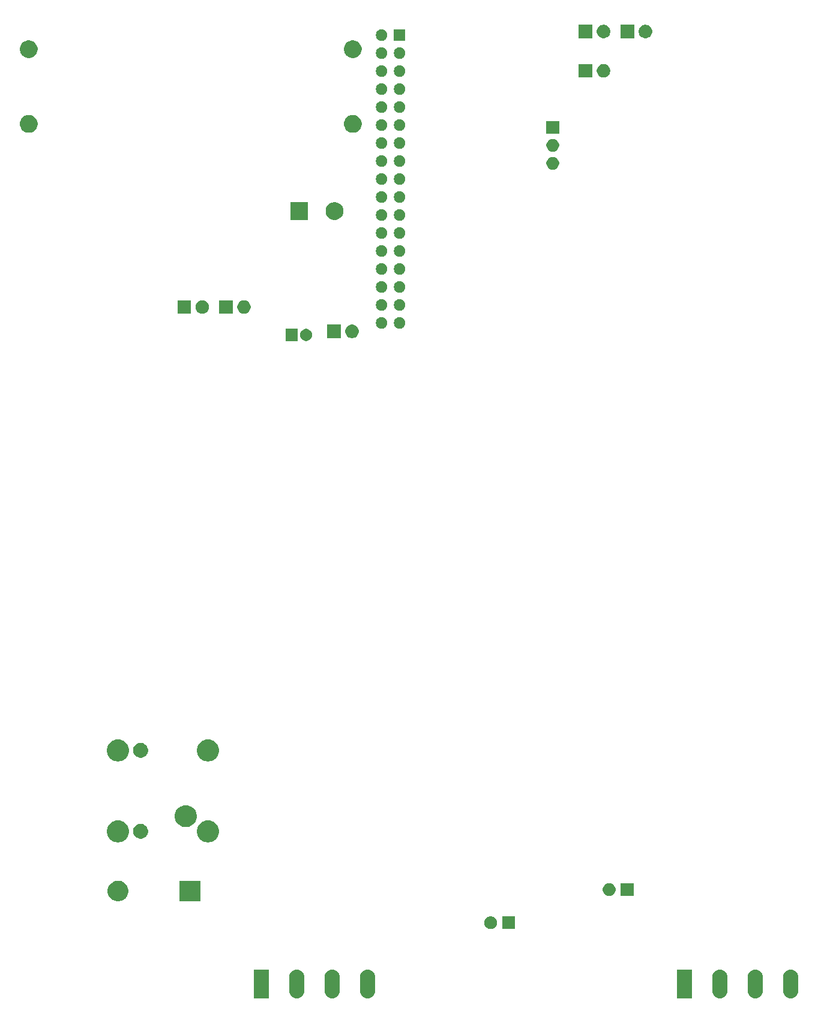
<source format=gbr>
G04 #@! TF.GenerationSoftware,KiCad,Pcbnew,(5.1.6)-1*
G04 #@! TF.CreationDate,2020-07-14T11:46:25+02:00*
G04 #@! TF.ProjectId,sboxnet-booster,73626f78-6e65-4742-9d62-6f6f73746572,rev?*
G04 #@! TF.SameCoordinates,Original*
G04 #@! TF.FileFunction,Soldermask,Bot*
G04 #@! TF.FilePolarity,Negative*
%FSLAX46Y46*%
G04 Gerber Fmt 4.6, Leading zero omitted, Abs format (unit mm)*
G04 Created by KiCad (PCBNEW (5.1.6)-1) date 2020-07-14 11:46:25*
%MOMM*%
%LPD*%
G01*
G04 APERTURE LIST*
%ADD10C,0.100000*%
G04 APERTURE END LIST*
D10*
G36*
X63624071Y-154194063D02*
G01*
X63820300Y-154253589D01*
X64001146Y-154350253D01*
X64042437Y-154384140D01*
X64159660Y-154480340D01*
X64289748Y-154638855D01*
X64386410Y-154819697D01*
X64386411Y-154819699D01*
X64445937Y-155015928D01*
X64461000Y-155168868D01*
X64461000Y-157251132D01*
X64445937Y-157404072D01*
X64386411Y-157600301D01*
X64386410Y-157600303D01*
X64289748Y-157781145D01*
X64159660Y-157939660D01*
X64001145Y-158069748D01*
X63820303Y-158166410D01*
X63820301Y-158166411D01*
X63624072Y-158225937D01*
X63420000Y-158246036D01*
X63215929Y-158225937D01*
X63019700Y-158166411D01*
X63019698Y-158166410D01*
X62838856Y-158069748D01*
X62680341Y-157939660D01*
X62550253Y-157781145D01*
X62453591Y-157600303D01*
X62453590Y-157600301D01*
X62394064Y-157404072D01*
X62379001Y-157251132D01*
X62379000Y-155168869D01*
X62394063Y-155015929D01*
X62453589Y-154819700D01*
X62550253Y-154638854D01*
X62584140Y-154597563D01*
X62680340Y-154480340D01*
X62838855Y-154350252D01*
X63019697Y-154253590D01*
X63019699Y-154253589D01*
X63215928Y-154194063D01*
X63420000Y-154173964D01*
X63624071Y-154194063D01*
G37*
G36*
X123314071Y-154194063D02*
G01*
X123510300Y-154253589D01*
X123691146Y-154350253D01*
X123732437Y-154384140D01*
X123849660Y-154480340D01*
X123979748Y-154638855D01*
X124076410Y-154819697D01*
X124076411Y-154819699D01*
X124135937Y-155015928D01*
X124151000Y-155168868D01*
X124151000Y-157251132D01*
X124135937Y-157404072D01*
X124076411Y-157600301D01*
X124076410Y-157600303D01*
X123979748Y-157781145D01*
X123849660Y-157939660D01*
X123691145Y-158069748D01*
X123510303Y-158166410D01*
X123510301Y-158166411D01*
X123314072Y-158225937D01*
X123110000Y-158246036D01*
X122905929Y-158225937D01*
X122709700Y-158166411D01*
X122709698Y-158166410D01*
X122528856Y-158069748D01*
X122370341Y-157939660D01*
X122240253Y-157781145D01*
X122143591Y-157600303D01*
X122143590Y-157600301D01*
X122084064Y-157404072D01*
X122069001Y-157251132D01*
X122069000Y-155168869D01*
X122084063Y-155015929D01*
X122143589Y-154819700D01*
X122240253Y-154638854D01*
X122274140Y-154597563D01*
X122370340Y-154480340D01*
X122528855Y-154350252D01*
X122709697Y-154253590D01*
X122709699Y-154253589D01*
X122905928Y-154194063D01*
X123110000Y-154173964D01*
X123314071Y-154194063D01*
G37*
G36*
X133314071Y-154194063D02*
G01*
X133510300Y-154253589D01*
X133691146Y-154350253D01*
X133732437Y-154384140D01*
X133849660Y-154480340D01*
X133979748Y-154638855D01*
X134076410Y-154819697D01*
X134076411Y-154819699D01*
X134135937Y-155015928D01*
X134151000Y-155168868D01*
X134151000Y-157251132D01*
X134135937Y-157404072D01*
X134076411Y-157600301D01*
X134076410Y-157600303D01*
X133979748Y-157781145D01*
X133849660Y-157939660D01*
X133691145Y-158069748D01*
X133510303Y-158166410D01*
X133510301Y-158166411D01*
X133314072Y-158225937D01*
X133110000Y-158246036D01*
X132905929Y-158225937D01*
X132709700Y-158166411D01*
X132709698Y-158166410D01*
X132528856Y-158069748D01*
X132370341Y-157939660D01*
X132240253Y-157781145D01*
X132143591Y-157600303D01*
X132143590Y-157600301D01*
X132084064Y-157404072D01*
X132069001Y-157251132D01*
X132069000Y-155168869D01*
X132084063Y-155015929D01*
X132143589Y-154819700D01*
X132240253Y-154638854D01*
X132274140Y-154597563D01*
X132370340Y-154480340D01*
X132528855Y-154350252D01*
X132709697Y-154253590D01*
X132709699Y-154253589D01*
X132905928Y-154194063D01*
X133110000Y-154173964D01*
X133314071Y-154194063D01*
G37*
G36*
X128314071Y-154194063D02*
G01*
X128510300Y-154253589D01*
X128691146Y-154350253D01*
X128732437Y-154384140D01*
X128849660Y-154480340D01*
X128979748Y-154638855D01*
X129076410Y-154819697D01*
X129076411Y-154819699D01*
X129135937Y-155015928D01*
X129151000Y-155168868D01*
X129151000Y-157251132D01*
X129135937Y-157404072D01*
X129076411Y-157600301D01*
X129076410Y-157600303D01*
X128979748Y-157781145D01*
X128849660Y-157939660D01*
X128691145Y-158069748D01*
X128510303Y-158166410D01*
X128510301Y-158166411D01*
X128314072Y-158225937D01*
X128110000Y-158246036D01*
X127905929Y-158225937D01*
X127709700Y-158166411D01*
X127709698Y-158166410D01*
X127528856Y-158069748D01*
X127370341Y-157939660D01*
X127240253Y-157781145D01*
X127143591Y-157600303D01*
X127143590Y-157600301D01*
X127084064Y-157404072D01*
X127069001Y-157251132D01*
X127069000Y-155168869D01*
X127084063Y-155015929D01*
X127143589Y-154819700D01*
X127240253Y-154638854D01*
X127274140Y-154597563D01*
X127370340Y-154480340D01*
X127528855Y-154350252D01*
X127709697Y-154253590D01*
X127709699Y-154253589D01*
X127905928Y-154194063D01*
X128110000Y-154173964D01*
X128314071Y-154194063D01*
G37*
G36*
X68624071Y-154194063D02*
G01*
X68820300Y-154253589D01*
X69001146Y-154350253D01*
X69042437Y-154384140D01*
X69159660Y-154480340D01*
X69289748Y-154638855D01*
X69386410Y-154819697D01*
X69386411Y-154819699D01*
X69445937Y-155015928D01*
X69461000Y-155168868D01*
X69461000Y-157251132D01*
X69445937Y-157404072D01*
X69386411Y-157600301D01*
X69386410Y-157600303D01*
X69289748Y-157781145D01*
X69159660Y-157939660D01*
X69001145Y-158069748D01*
X68820303Y-158166410D01*
X68820301Y-158166411D01*
X68624072Y-158225937D01*
X68420000Y-158246036D01*
X68215929Y-158225937D01*
X68019700Y-158166411D01*
X68019698Y-158166410D01*
X67838856Y-158069748D01*
X67680341Y-157939660D01*
X67550253Y-157781145D01*
X67453591Y-157600303D01*
X67453590Y-157600301D01*
X67394064Y-157404072D01*
X67379001Y-157251132D01*
X67379000Y-155168869D01*
X67394063Y-155015929D01*
X67453589Y-154819700D01*
X67550253Y-154638854D01*
X67584140Y-154597563D01*
X67680340Y-154480340D01*
X67838855Y-154350252D01*
X68019697Y-154253590D01*
X68019699Y-154253589D01*
X68215928Y-154194063D01*
X68420000Y-154173964D01*
X68624071Y-154194063D01*
G37*
G36*
X73624071Y-154194063D02*
G01*
X73820300Y-154253589D01*
X74001146Y-154350253D01*
X74042437Y-154384140D01*
X74159660Y-154480340D01*
X74289748Y-154638855D01*
X74386410Y-154819697D01*
X74386411Y-154819699D01*
X74445937Y-155015928D01*
X74461000Y-155168868D01*
X74461000Y-157251132D01*
X74445937Y-157404072D01*
X74386411Y-157600301D01*
X74386410Y-157600303D01*
X74289748Y-157781145D01*
X74159660Y-157939660D01*
X74001145Y-158069748D01*
X73820303Y-158166410D01*
X73820301Y-158166411D01*
X73624072Y-158225937D01*
X73420000Y-158246036D01*
X73215929Y-158225937D01*
X73019700Y-158166411D01*
X73019698Y-158166410D01*
X72838856Y-158069748D01*
X72680341Y-157939660D01*
X72550253Y-157781145D01*
X72453591Y-157600303D01*
X72453590Y-157600301D01*
X72394064Y-157404072D01*
X72379001Y-157251132D01*
X72379000Y-155168869D01*
X72394063Y-155015929D01*
X72453589Y-154819700D01*
X72550253Y-154638854D01*
X72584140Y-154597563D01*
X72680340Y-154480340D01*
X72838855Y-154350252D01*
X73019697Y-154253590D01*
X73019699Y-154253589D01*
X73215928Y-154194063D01*
X73420000Y-154173964D01*
X73624071Y-154194063D01*
G37*
G36*
X59461000Y-158241000D02*
G01*
X57379000Y-158241000D01*
X57379000Y-154179000D01*
X59461000Y-154179000D01*
X59461000Y-158241000D01*
G37*
G36*
X119151000Y-158241000D02*
G01*
X117069000Y-158241000D01*
X117069000Y-154179000D01*
X119151000Y-154179000D01*
X119151000Y-158241000D01*
G37*
G36*
X90893112Y-146677927D02*
G01*
X91042412Y-146707624D01*
X91206384Y-146775544D01*
X91353954Y-146874147D01*
X91479453Y-146999646D01*
X91578056Y-147147216D01*
X91645976Y-147311188D01*
X91680600Y-147485259D01*
X91680600Y-147662741D01*
X91645976Y-147836812D01*
X91578056Y-148000784D01*
X91479453Y-148148354D01*
X91353954Y-148273853D01*
X91206384Y-148372456D01*
X91042412Y-148440376D01*
X90893112Y-148470073D01*
X90868342Y-148475000D01*
X90690858Y-148475000D01*
X90666088Y-148470073D01*
X90516788Y-148440376D01*
X90352816Y-148372456D01*
X90205246Y-148273853D01*
X90079747Y-148148354D01*
X89981144Y-148000784D01*
X89913224Y-147836812D01*
X89878600Y-147662741D01*
X89878600Y-147485259D01*
X89913224Y-147311188D01*
X89981144Y-147147216D01*
X90079747Y-146999646D01*
X90205246Y-146874147D01*
X90352816Y-146775544D01*
X90516788Y-146707624D01*
X90666088Y-146677927D01*
X90690858Y-146673000D01*
X90868342Y-146673000D01*
X90893112Y-146677927D01*
G37*
G36*
X94220600Y-148475000D02*
G01*
X92418600Y-148475000D01*
X92418600Y-146673000D01*
X94220600Y-146673000D01*
X94220600Y-148475000D01*
G37*
G36*
X49812600Y-144554600D02*
G01*
X46910600Y-144554600D01*
X46910600Y-141652600D01*
X49812600Y-141652600D01*
X49812600Y-144554600D01*
G37*
G36*
X38624841Y-141708360D02*
G01*
X38888905Y-141817739D01*
X39126558Y-141976534D01*
X39328666Y-142178642D01*
X39487461Y-142416295D01*
X39596840Y-142680359D01*
X39652600Y-142960688D01*
X39652600Y-143246512D01*
X39596840Y-143526841D01*
X39487461Y-143790905D01*
X39328666Y-144028558D01*
X39126558Y-144230666D01*
X38888905Y-144389461D01*
X38624841Y-144498840D01*
X38344512Y-144554600D01*
X38058688Y-144554600D01*
X37778359Y-144498840D01*
X37514295Y-144389461D01*
X37276642Y-144230666D01*
X37074534Y-144028558D01*
X36915739Y-143790905D01*
X36806360Y-143526841D01*
X36750600Y-143246512D01*
X36750600Y-142960688D01*
X36806360Y-142680359D01*
X36915739Y-142416295D01*
X37074534Y-142178642D01*
X37276642Y-141976534D01*
X37514295Y-141817739D01*
X37778359Y-141708360D01*
X38058688Y-141652600D01*
X38344512Y-141652600D01*
X38624841Y-141708360D01*
G37*
G36*
X107606312Y-142004327D02*
G01*
X107755612Y-142034024D01*
X107919584Y-142101944D01*
X108067154Y-142200547D01*
X108192653Y-142326046D01*
X108291256Y-142473616D01*
X108359176Y-142637588D01*
X108393800Y-142811659D01*
X108393800Y-142989141D01*
X108359176Y-143163212D01*
X108291256Y-143327184D01*
X108192653Y-143474754D01*
X108067154Y-143600253D01*
X107919584Y-143698856D01*
X107755612Y-143766776D01*
X107606312Y-143796473D01*
X107581542Y-143801400D01*
X107404058Y-143801400D01*
X107379288Y-143796473D01*
X107229988Y-143766776D01*
X107066016Y-143698856D01*
X106918446Y-143600253D01*
X106792947Y-143474754D01*
X106694344Y-143327184D01*
X106626424Y-143163212D01*
X106591800Y-142989141D01*
X106591800Y-142811659D01*
X106626424Y-142637588D01*
X106694344Y-142473616D01*
X106792947Y-142326046D01*
X106918446Y-142200547D01*
X107066016Y-142101944D01*
X107229988Y-142034024D01*
X107379288Y-142004327D01*
X107404058Y-141999400D01*
X107581542Y-141999400D01*
X107606312Y-142004327D01*
G37*
G36*
X110933800Y-143801400D02*
G01*
X109131800Y-143801400D01*
X109131800Y-141999400D01*
X110933800Y-141999400D01*
X110933800Y-143801400D01*
G37*
G36*
X51204185Y-133149602D02*
G01*
X51354010Y-133179404D01*
X51636274Y-133296321D01*
X51890305Y-133466059D01*
X52106341Y-133682095D01*
X52276079Y-133936126D01*
X52392996Y-134218390D01*
X52452600Y-134518040D01*
X52452600Y-134823560D01*
X52392996Y-135123210D01*
X52276079Y-135405474D01*
X52106341Y-135659505D01*
X51890305Y-135875541D01*
X51636274Y-136045279D01*
X51354010Y-136162196D01*
X51204185Y-136191998D01*
X51054361Y-136221800D01*
X50748839Y-136221800D01*
X50599015Y-136191998D01*
X50449190Y-136162196D01*
X50166926Y-136045279D01*
X49912895Y-135875541D01*
X49696859Y-135659505D01*
X49527121Y-135405474D01*
X49410204Y-135123210D01*
X49350600Y-134823560D01*
X49350600Y-134518040D01*
X49410204Y-134218390D01*
X49527121Y-133936126D01*
X49696859Y-133682095D01*
X49912895Y-133466059D01*
X50166926Y-133296321D01*
X50449190Y-133179404D01*
X50599015Y-133149602D01*
X50748839Y-133119800D01*
X51054361Y-133119800D01*
X51204185Y-133149602D01*
G37*
G36*
X38504185Y-133149602D02*
G01*
X38654010Y-133179404D01*
X38936274Y-133296321D01*
X39190305Y-133466059D01*
X39406341Y-133682095D01*
X39576079Y-133936126D01*
X39692996Y-134218390D01*
X39752600Y-134518040D01*
X39752600Y-134823560D01*
X39692996Y-135123210D01*
X39576079Y-135405474D01*
X39406341Y-135659505D01*
X39190305Y-135875541D01*
X38936274Y-136045279D01*
X38654010Y-136162196D01*
X38504185Y-136191998D01*
X38354361Y-136221800D01*
X38048839Y-136221800D01*
X37899015Y-136191998D01*
X37749190Y-136162196D01*
X37466926Y-136045279D01*
X37212895Y-135875541D01*
X36996859Y-135659505D01*
X36827121Y-135405474D01*
X36710204Y-135123210D01*
X36650600Y-134823560D01*
X36650600Y-134518040D01*
X36710204Y-134218390D01*
X36827121Y-133936126D01*
X36996859Y-133682095D01*
X37212895Y-133466059D01*
X37466926Y-133296321D01*
X37749190Y-133179404D01*
X37899015Y-133149602D01*
X38048839Y-133119800D01*
X38354361Y-133119800D01*
X38504185Y-133149602D01*
G37*
G36*
X41708164Y-133660189D02*
G01*
X41899433Y-133739415D01*
X41899435Y-133739416D01*
X42071573Y-133854435D01*
X42217965Y-134000827D01*
X42332985Y-134172967D01*
X42412211Y-134364236D01*
X42452600Y-134567284D01*
X42452600Y-134774316D01*
X42412211Y-134977364D01*
X42351800Y-135123209D01*
X42332984Y-135168635D01*
X42217965Y-135340773D01*
X42071573Y-135487165D01*
X41899435Y-135602184D01*
X41899434Y-135602185D01*
X41899433Y-135602185D01*
X41708164Y-135681411D01*
X41505116Y-135721800D01*
X41298084Y-135721800D01*
X41095036Y-135681411D01*
X40903767Y-135602185D01*
X40903766Y-135602185D01*
X40903765Y-135602184D01*
X40731627Y-135487165D01*
X40585235Y-135340773D01*
X40470216Y-135168635D01*
X40451400Y-135123209D01*
X40390989Y-134977364D01*
X40350600Y-134774316D01*
X40350600Y-134567284D01*
X40390989Y-134364236D01*
X40470215Y-134172967D01*
X40585235Y-134000827D01*
X40731627Y-133854435D01*
X40903765Y-133739416D01*
X40903767Y-133739415D01*
X41095036Y-133660189D01*
X41298084Y-133619800D01*
X41505116Y-133619800D01*
X41708164Y-133660189D01*
G37*
G36*
X48054185Y-131019602D02*
G01*
X48204010Y-131049404D01*
X48486274Y-131166321D01*
X48740305Y-131336059D01*
X48956341Y-131552095D01*
X49126079Y-131806126D01*
X49242996Y-132088390D01*
X49302600Y-132388040D01*
X49302600Y-132693560D01*
X49242996Y-132993210D01*
X49126079Y-133275474D01*
X48956341Y-133529505D01*
X48740305Y-133745541D01*
X48486274Y-133915279D01*
X48204010Y-134032196D01*
X48054185Y-134061998D01*
X47904361Y-134091800D01*
X47598839Y-134091800D01*
X47449015Y-134061998D01*
X47299190Y-134032196D01*
X47016926Y-133915279D01*
X46762895Y-133745541D01*
X46546859Y-133529505D01*
X46377121Y-133275474D01*
X46260204Y-132993210D01*
X46200600Y-132693560D01*
X46200600Y-132388040D01*
X46260204Y-132088390D01*
X46377121Y-131806126D01*
X46546859Y-131552095D01*
X46762895Y-131336059D01*
X47016926Y-131166321D01*
X47299190Y-131049404D01*
X47449015Y-131019602D01*
X47598839Y-130989800D01*
X47904361Y-130989800D01*
X48054185Y-131019602D01*
G37*
G36*
X38504185Y-121719602D02*
G01*
X38654010Y-121749404D01*
X38936274Y-121866321D01*
X39190305Y-122036059D01*
X39406341Y-122252095D01*
X39576079Y-122506126D01*
X39692996Y-122788390D01*
X39752600Y-123088040D01*
X39752600Y-123393560D01*
X39692996Y-123693210D01*
X39576079Y-123975474D01*
X39406341Y-124229505D01*
X39190305Y-124445541D01*
X38936274Y-124615279D01*
X38654010Y-124732196D01*
X38504185Y-124761998D01*
X38354361Y-124791800D01*
X38048839Y-124791800D01*
X37899015Y-124761998D01*
X37749190Y-124732196D01*
X37466926Y-124615279D01*
X37212895Y-124445541D01*
X36996859Y-124229505D01*
X36827121Y-123975474D01*
X36710204Y-123693210D01*
X36650600Y-123393560D01*
X36650600Y-123088040D01*
X36710204Y-122788390D01*
X36827121Y-122506126D01*
X36996859Y-122252095D01*
X37212895Y-122036059D01*
X37466926Y-121866321D01*
X37749190Y-121749404D01*
X37899015Y-121719602D01*
X38048839Y-121689800D01*
X38354361Y-121689800D01*
X38504185Y-121719602D01*
G37*
G36*
X51204185Y-121719602D02*
G01*
X51354010Y-121749404D01*
X51636274Y-121866321D01*
X51890305Y-122036059D01*
X52106341Y-122252095D01*
X52276079Y-122506126D01*
X52392996Y-122788390D01*
X52452600Y-123088040D01*
X52452600Y-123393560D01*
X52392996Y-123693210D01*
X52276079Y-123975474D01*
X52106341Y-124229505D01*
X51890305Y-124445541D01*
X51636274Y-124615279D01*
X51354010Y-124732196D01*
X51204185Y-124761998D01*
X51054361Y-124791800D01*
X50748839Y-124791800D01*
X50599015Y-124761998D01*
X50449190Y-124732196D01*
X50166926Y-124615279D01*
X49912895Y-124445541D01*
X49696859Y-124229505D01*
X49527121Y-123975474D01*
X49410204Y-123693210D01*
X49350600Y-123393560D01*
X49350600Y-123088040D01*
X49410204Y-122788390D01*
X49527121Y-122506126D01*
X49696859Y-122252095D01*
X49912895Y-122036059D01*
X50166926Y-121866321D01*
X50449190Y-121749404D01*
X50599015Y-121719602D01*
X50748839Y-121689800D01*
X51054361Y-121689800D01*
X51204185Y-121719602D01*
G37*
G36*
X41708164Y-122230189D02*
G01*
X41899433Y-122309415D01*
X41899435Y-122309416D01*
X42071573Y-122424435D01*
X42217965Y-122570827D01*
X42332985Y-122742967D01*
X42412211Y-122934236D01*
X42452600Y-123137284D01*
X42452600Y-123344316D01*
X42412211Y-123547364D01*
X42351800Y-123693209D01*
X42332984Y-123738635D01*
X42217965Y-123910773D01*
X42071573Y-124057165D01*
X41899435Y-124172184D01*
X41899434Y-124172185D01*
X41899433Y-124172185D01*
X41708164Y-124251411D01*
X41505116Y-124291800D01*
X41298084Y-124291800D01*
X41095036Y-124251411D01*
X40903767Y-124172185D01*
X40903766Y-124172185D01*
X40903765Y-124172184D01*
X40731627Y-124057165D01*
X40585235Y-123910773D01*
X40470216Y-123738635D01*
X40451400Y-123693209D01*
X40390989Y-123547364D01*
X40350600Y-123344316D01*
X40350600Y-123137284D01*
X40390989Y-122934236D01*
X40470215Y-122742967D01*
X40585235Y-122570827D01*
X40731627Y-122424435D01*
X40903765Y-122309416D01*
X40903767Y-122309415D01*
X41095036Y-122230189D01*
X41298084Y-122189800D01*
X41505116Y-122189800D01*
X41708164Y-122230189D01*
G37*
G36*
X64983004Y-63763104D02*
G01*
X65137876Y-63827254D01*
X65277257Y-63920386D01*
X65395791Y-64038920D01*
X65488923Y-64178301D01*
X65553073Y-64333173D01*
X65585776Y-64497585D01*
X65585776Y-64665217D01*
X65553073Y-64829629D01*
X65488923Y-64984501D01*
X65395791Y-65123882D01*
X65277257Y-65242416D01*
X65137876Y-65335548D01*
X64983004Y-65399698D01*
X64818592Y-65432401D01*
X64650960Y-65432401D01*
X64486548Y-65399698D01*
X64331676Y-65335548D01*
X64192295Y-65242416D01*
X64073761Y-65123882D01*
X63980629Y-64984501D01*
X63916479Y-64829629D01*
X63883776Y-64665217D01*
X63883776Y-64497585D01*
X63916479Y-64333173D01*
X63980629Y-64178301D01*
X64073761Y-64038920D01*
X64192295Y-63920386D01*
X64331676Y-63827254D01*
X64486548Y-63763104D01*
X64650960Y-63730401D01*
X64818592Y-63730401D01*
X64983004Y-63763104D01*
G37*
G36*
X63585776Y-65432401D02*
G01*
X61883776Y-65432401D01*
X61883776Y-63730401D01*
X63585776Y-63730401D01*
X63585776Y-65432401D01*
G37*
G36*
X71492396Y-63166947D02*
G01*
X71665467Y-63238635D01*
X71665468Y-63238636D01*
X71821228Y-63342711D01*
X71953691Y-63475174D01*
X71953692Y-63475176D01*
X72057767Y-63630935D01*
X72129455Y-63804006D01*
X72166001Y-63987734D01*
X72166001Y-64175068D01*
X72129455Y-64358796D01*
X72057767Y-64531867D01*
X72057766Y-64531868D01*
X71953691Y-64687628D01*
X71821228Y-64820091D01*
X71742819Y-64872482D01*
X71665467Y-64924167D01*
X71492396Y-64995855D01*
X71308668Y-65032401D01*
X71121334Y-65032401D01*
X70937606Y-64995855D01*
X70764535Y-64924167D01*
X70687183Y-64872482D01*
X70608774Y-64820091D01*
X70476311Y-64687628D01*
X70372236Y-64531868D01*
X70372235Y-64531867D01*
X70300547Y-64358796D01*
X70264001Y-64175068D01*
X70264001Y-63987734D01*
X70300547Y-63804006D01*
X70372235Y-63630935D01*
X70476310Y-63475176D01*
X70476311Y-63475174D01*
X70608774Y-63342711D01*
X70764534Y-63238636D01*
X70764535Y-63238635D01*
X70937606Y-63166947D01*
X71121334Y-63130401D01*
X71308668Y-63130401D01*
X71492396Y-63166947D01*
G37*
G36*
X69626001Y-65032401D02*
G01*
X67724001Y-65032401D01*
X67724001Y-63130401D01*
X69626001Y-63130401D01*
X69626001Y-65032401D01*
G37*
G36*
X78161143Y-62104642D02*
G01*
X78309102Y-62165929D01*
X78442256Y-62254899D01*
X78555502Y-62368145D01*
X78644472Y-62501299D01*
X78705759Y-62649258D01*
X78737001Y-62806325D01*
X78737001Y-62966475D01*
X78705759Y-63123542D01*
X78644472Y-63271501D01*
X78555502Y-63404655D01*
X78442256Y-63517901D01*
X78309102Y-63606871D01*
X78161143Y-63668158D01*
X78004076Y-63699400D01*
X77843926Y-63699400D01*
X77686859Y-63668158D01*
X77538900Y-63606871D01*
X77405746Y-63517901D01*
X77292500Y-63404655D01*
X77203530Y-63271501D01*
X77142243Y-63123542D01*
X77111001Y-62966475D01*
X77111001Y-62806325D01*
X77142243Y-62649258D01*
X77203530Y-62501299D01*
X77292500Y-62368145D01*
X77405746Y-62254899D01*
X77538900Y-62165929D01*
X77686859Y-62104642D01*
X77843926Y-62073400D01*
X78004076Y-62073400D01*
X78161143Y-62104642D01*
G37*
G36*
X75621143Y-62104642D02*
G01*
X75769102Y-62165929D01*
X75902256Y-62254899D01*
X76015502Y-62368145D01*
X76104472Y-62501299D01*
X76165759Y-62649258D01*
X76197001Y-62806325D01*
X76197001Y-62966475D01*
X76165759Y-63123542D01*
X76104472Y-63271501D01*
X76015502Y-63404655D01*
X75902256Y-63517901D01*
X75769102Y-63606871D01*
X75621143Y-63668158D01*
X75464076Y-63699400D01*
X75303926Y-63699400D01*
X75146859Y-63668158D01*
X74998900Y-63606871D01*
X74865746Y-63517901D01*
X74752500Y-63404655D01*
X74663530Y-63271501D01*
X74602243Y-63123542D01*
X74571001Y-62966475D01*
X74571001Y-62806325D01*
X74602243Y-62649258D01*
X74663530Y-62501299D01*
X74752500Y-62368145D01*
X74865746Y-62254899D01*
X74998900Y-62165929D01*
X75146859Y-62104642D01*
X75303926Y-62073400D01*
X75464076Y-62073400D01*
X75621143Y-62104642D01*
G37*
G36*
X54386001Y-61582401D02*
G01*
X52484001Y-61582401D01*
X52484001Y-59680401D01*
X54386001Y-59680401D01*
X54386001Y-61582401D01*
G37*
G36*
X56252396Y-59716947D02*
G01*
X56425467Y-59788635D01*
X56425468Y-59788636D01*
X56581228Y-59892711D01*
X56713691Y-60025174D01*
X56713692Y-60025176D01*
X56817767Y-60180935D01*
X56889455Y-60354006D01*
X56926001Y-60537734D01*
X56926001Y-60725068D01*
X56889455Y-60908796D01*
X56817767Y-61081867D01*
X56817766Y-61081868D01*
X56713691Y-61237628D01*
X56581228Y-61370091D01*
X56502819Y-61422482D01*
X56425467Y-61474167D01*
X56252396Y-61545855D01*
X56068668Y-61582401D01*
X55881334Y-61582401D01*
X55697606Y-61545855D01*
X55524535Y-61474167D01*
X55447183Y-61422482D01*
X55368774Y-61370091D01*
X55236311Y-61237628D01*
X55132236Y-61081868D01*
X55132235Y-61081867D01*
X55060547Y-60908796D01*
X55024001Y-60725068D01*
X55024001Y-60537734D01*
X55060547Y-60354006D01*
X55132235Y-60180935D01*
X55236310Y-60025176D01*
X55236311Y-60025174D01*
X55368774Y-59892711D01*
X55524534Y-59788636D01*
X55524535Y-59788635D01*
X55697606Y-59716947D01*
X55881334Y-59680401D01*
X56068668Y-59680401D01*
X56252396Y-59716947D01*
G37*
G36*
X48486001Y-61582401D02*
G01*
X46584001Y-61582401D01*
X46584001Y-59680401D01*
X48486001Y-59680401D01*
X48486001Y-61582401D01*
G37*
G36*
X50352396Y-59716947D02*
G01*
X50525467Y-59788635D01*
X50525468Y-59788636D01*
X50681228Y-59892711D01*
X50813691Y-60025174D01*
X50813692Y-60025176D01*
X50917767Y-60180935D01*
X50989455Y-60354006D01*
X51026001Y-60537734D01*
X51026001Y-60725068D01*
X50989455Y-60908796D01*
X50917767Y-61081867D01*
X50917766Y-61081868D01*
X50813691Y-61237628D01*
X50681228Y-61370091D01*
X50602819Y-61422482D01*
X50525467Y-61474167D01*
X50352396Y-61545855D01*
X50168668Y-61582401D01*
X49981334Y-61582401D01*
X49797606Y-61545855D01*
X49624535Y-61474167D01*
X49547183Y-61422482D01*
X49468774Y-61370091D01*
X49336311Y-61237628D01*
X49232236Y-61081868D01*
X49232235Y-61081867D01*
X49160547Y-60908796D01*
X49124001Y-60725068D01*
X49124001Y-60537734D01*
X49160547Y-60354006D01*
X49232235Y-60180935D01*
X49336310Y-60025176D01*
X49336311Y-60025174D01*
X49468774Y-59892711D01*
X49624534Y-59788636D01*
X49624535Y-59788635D01*
X49797606Y-59716947D01*
X49981334Y-59680401D01*
X50168668Y-59680401D01*
X50352396Y-59716947D01*
G37*
G36*
X78161143Y-59564642D02*
G01*
X78309102Y-59625929D01*
X78442256Y-59714899D01*
X78555502Y-59828145D01*
X78644472Y-59961299D01*
X78705759Y-60109258D01*
X78737001Y-60266325D01*
X78737001Y-60426475D01*
X78705759Y-60583542D01*
X78644472Y-60731501D01*
X78555502Y-60864655D01*
X78442256Y-60977901D01*
X78309102Y-61066871D01*
X78161143Y-61128158D01*
X78004076Y-61159400D01*
X77843926Y-61159400D01*
X77686859Y-61128158D01*
X77538900Y-61066871D01*
X77405746Y-60977901D01*
X77292500Y-60864655D01*
X77203530Y-60731501D01*
X77142243Y-60583542D01*
X77111001Y-60426475D01*
X77111001Y-60266325D01*
X77142243Y-60109258D01*
X77203530Y-59961299D01*
X77292500Y-59828145D01*
X77405746Y-59714899D01*
X77538900Y-59625929D01*
X77686859Y-59564642D01*
X77843926Y-59533400D01*
X78004076Y-59533400D01*
X78161143Y-59564642D01*
G37*
G36*
X75621143Y-59564642D02*
G01*
X75769102Y-59625929D01*
X75902256Y-59714899D01*
X76015502Y-59828145D01*
X76104472Y-59961299D01*
X76165759Y-60109258D01*
X76197001Y-60266325D01*
X76197001Y-60426475D01*
X76165759Y-60583542D01*
X76104472Y-60731501D01*
X76015502Y-60864655D01*
X75902256Y-60977901D01*
X75769102Y-61066871D01*
X75621143Y-61128158D01*
X75464076Y-61159400D01*
X75303926Y-61159400D01*
X75146859Y-61128158D01*
X74998900Y-61066871D01*
X74865746Y-60977901D01*
X74752500Y-60864655D01*
X74663530Y-60731501D01*
X74602243Y-60583542D01*
X74571001Y-60426475D01*
X74571001Y-60266325D01*
X74602243Y-60109258D01*
X74663530Y-59961299D01*
X74752500Y-59828145D01*
X74865746Y-59714899D01*
X74998900Y-59625929D01*
X75146859Y-59564642D01*
X75303926Y-59533400D01*
X75464076Y-59533400D01*
X75621143Y-59564642D01*
G37*
G36*
X78161143Y-57024642D02*
G01*
X78309102Y-57085929D01*
X78442256Y-57174899D01*
X78555502Y-57288145D01*
X78644472Y-57421299D01*
X78705759Y-57569258D01*
X78737001Y-57726325D01*
X78737001Y-57886475D01*
X78705759Y-58043542D01*
X78644472Y-58191501D01*
X78555502Y-58324655D01*
X78442256Y-58437901D01*
X78309102Y-58526871D01*
X78161143Y-58588158D01*
X78004076Y-58619400D01*
X77843926Y-58619400D01*
X77686859Y-58588158D01*
X77538900Y-58526871D01*
X77405746Y-58437901D01*
X77292500Y-58324655D01*
X77203530Y-58191501D01*
X77142243Y-58043542D01*
X77111001Y-57886475D01*
X77111001Y-57726325D01*
X77142243Y-57569258D01*
X77203530Y-57421299D01*
X77292500Y-57288145D01*
X77405746Y-57174899D01*
X77538900Y-57085929D01*
X77686859Y-57024642D01*
X77843926Y-56993400D01*
X78004076Y-56993400D01*
X78161143Y-57024642D01*
G37*
G36*
X75621143Y-57024642D02*
G01*
X75769102Y-57085929D01*
X75902256Y-57174899D01*
X76015502Y-57288145D01*
X76104472Y-57421299D01*
X76165759Y-57569258D01*
X76197001Y-57726325D01*
X76197001Y-57886475D01*
X76165759Y-58043542D01*
X76104472Y-58191501D01*
X76015502Y-58324655D01*
X75902256Y-58437901D01*
X75769102Y-58526871D01*
X75621143Y-58588158D01*
X75464076Y-58619400D01*
X75303926Y-58619400D01*
X75146859Y-58588158D01*
X74998900Y-58526871D01*
X74865746Y-58437901D01*
X74752500Y-58324655D01*
X74663530Y-58191501D01*
X74602243Y-58043542D01*
X74571001Y-57886475D01*
X74571001Y-57726325D01*
X74602243Y-57569258D01*
X74663530Y-57421299D01*
X74752500Y-57288145D01*
X74865746Y-57174899D01*
X74998900Y-57085929D01*
X75146859Y-57024642D01*
X75303926Y-56993400D01*
X75464076Y-56993400D01*
X75621143Y-57024642D01*
G37*
G36*
X78161143Y-54484642D02*
G01*
X78309102Y-54545929D01*
X78442256Y-54634899D01*
X78555502Y-54748145D01*
X78644472Y-54881299D01*
X78705759Y-55029258D01*
X78737001Y-55186325D01*
X78737001Y-55346475D01*
X78705759Y-55503542D01*
X78644472Y-55651501D01*
X78555502Y-55784655D01*
X78442256Y-55897901D01*
X78309102Y-55986871D01*
X78161143Y-56048158D01*
X78004076Y-56079400D01*
X77843926Y-56079400D01*
X77686859Y-56048158D01*
X77538900Y-55986871D01*
X77405746Y-55897901D01*
X77292500Y-55784655D01*
X77203530Y-55651501D01*
X77142243Y-55503542D01*
X77111001Y-55346475D01*
X77111001Y-55186325D01*
X77142243Y-55029258D01*
X77203530Y-54881299D01*
X77292500Y-54748145D01*
X77405746Y-54634899D01*
X77538900Y-54545929D01*
X77686859Y-54484642D01*
X77843926Y-54453400D01*
X78004076Y-54453400D01*
X78161143Y-54484642D01*
G37*
G36*
X75621143Y-54484642D02*
G01*
X75769102Y-54545929D01*
X75902256Y-54634899D01*
X76015502Y-54748145D01*
X76104472Y-54881299D01*
X76165759Y-55029258D01*
X76197001Y-55186325D01*
X76197001Y-55346475D01*
X76165759Y-55503542D01*
X76104472Y-55651501D01*
X76015502Y-55784655D01*
X75902256Y-55897901D01*
X75769102Y-55986871D01*
X75621143Y-56048158D01*
X75464076Y-56079400D01*
X75303926Y-56079400D01*
X75146859Y-56048158D01*
X74998900Y-55986871D01*
X74865746Y-55897901D01*
X74752500Y-55784655D01*
X74663530Y-55651501D01*
X74602243Y-55503542D01*
X74571001Y-55346475D01*
X74571001Y-55186325D01*
X74602243Y-55029258D01*
X74663530Y-54881299D01*
X74752500Y-54748145D01*
X74865746Y-54634899D01*
X74998900Y-54545929D01*
X75146859Y-54484642D01*
X75303926Y-54453400D01*
X75464076Y-54453400D01*
X75621143Y-54484642D01*
G37*
G36*
X78161143Y-51944642D02*
G01*
X78309102Y-52005929D01*
X78442256Y-52094899D01*
X78555502Y-52208145D01*
X78644472Y-52341299D01*
X78705759Y-52489258D01*
X78737001Y-52646325D01*
X78737001Y-52806475D01*
X78705759Y-52963542D01*
X78644472Y-53111501D01*
X78555502Y-53244655D01*
X78442256Y-53357901D01*
X78309102Y-53446871D01*
X78161143Y-53508158D01*
X78004076Y-53539400D01*
X77843926Y-53539400D01*
X77686859Y-53508158D01*
X77538900Y-53446871D01*
X77405746Y-53357901D01*
X77292500Y-53244655D01*
X77203530Y-53111501D01*
X77142243Y-52963542D01*
X77111001Y-52806475D01*
X77111001Y-52646325D01*
X77142243Y-52489258D01*
X77203530Y-52341299D01*
X77292500Y-52208145D01*
X77405746Y-52094899D01*
X77538900Y-52005929D01*
X77686859Y-51944642D01*
X77843926Y-51913400D01*
X78004076Y-51913400D01*
X78161143Y-51944642D01*
G37*
G36*
X75621143Y-51944642D02*
G01*
X75769102Y-52005929D01*
X75902256Y-52094899D01*
X76015502Y-52208145D01*
X76104472Y-52341299D01*
X76165759Y-52489258D01*
X76197001Y-52646325D01*
X76197001Y-52806475D01*
X76165759Y-52963542D01*
X76104472Y-53111501D01*
X76015502Y-53244655D01*
X75902256Y-53357901D01*
X75769102Y-53446871D01*
X75621143Y-53508158D01*
X75464076Y-53539400D01*
X75303926Y-53539400D01*
X75146859Y-53508158D01*
X74998900Y-53446871D01*
X74865746Y-53357901D01*
X74752500Y-53244655D01*
X74663530Y-53111501D01*
X74602243Y-52963542D01*
X74571001Y-52806475D01*
X74571001Y-52646325D01*
X74602243Y-52489258D01*
X74663530Y-52341299D01*
X74752500Y-52208145D01*
X74865746Y-52094899D01*
X74998900Y-52005929D01*
X75146859Y-51944642D01*
X75303926Y-51913400D01*
X75464076Y-51913400D01*
X75621143Y-51944642D01*
G37*
G36*
X75621143Y-49404642D02*
G01*
X75769102Y-49465929D01*
X75902256Y-49554899D01*
X76015502Y-49668145D01*
X76104472Y-49801299D01*
X76165759Y-49949258D01*
X76197001Y-50106325D01*
X76197001Y-50266475D01*
X76165759Y-50423542D01*
X76104472Y-50571501D01*
X76015502Y-50704655D01*
X75902256Y-50817901D01*
X75769102Y-50906871D01*
X75621143Y-50968158D01*
X75464076Y-50999400D01*
X75303926Y-50999400D01*
X75146859Y-50968158D01*
X74998900Y-50906871D01*
X74865746Y-50817901D01*
X74752500Y-50704655D01*
X74663530Y-50571501D01*
X74602243Y-50423542D01*
X74571001Y-50266475D01*
X74571001Y-50106325D01*
X74602243Y-49949258D01*
X74663530Y-49801299D01*
X74752500Y-49668145D01*
X74865746Y-49554899D01*
X74998900Y-49465929D01*
X75146859Y-49404642D01*
X75303926Y-49373400D01*
X75464076Y-49373400D01*
X75621143Y-49404642D01*
G37*
G36*
X78161143Y-49404642D02*
G01*
X78309102Y-49465929D01*
X78442256Y-49554899D01*
X78555502Y-49668145D01*
X78644472Y-49801299D01*
X78705759Y-49949258D01*
X78737001Y-50106325D01*
X78737001Y-50266475D01*
X78705759Y-50423542D01*
X78644472Y-50571501D01*
X78555502Y-50704655D01*
X78442256Y-50817901D01*
X78309102Y-50906871D01*
X78161143Y-50968158D01*
X78004076Y-50999400D01*
X77843926Y-50999400D01*
X77686859Y-50968158D01*
X77538900Y-50906871D01*
X77405746Y-50817901D01*
X77292500Y-50704655D01*
X77203530Y-50571501D01*
X77142243Y-50423542D01*
X77111001Y-50266475D01*
X77111001Y-50106325D01*
X77142243Y-49949258D01*
X77203530Y-49801299D01*
X77292500Y-49668145D01*
X77405746Y-49554899D01*
X77538900Y-49465929D01*
X77686859Y-49404642D01*
X77843926Y-49373400D01*
X78004076Y-49373400D01*
X78161143Y-49404642D01*
G37*
G36*
X78161143Y-46864642D02*
G01*
X78309102Y-46925929D01*
X78442256Y-47014899D01*
X78555502Y-47128145D01*
X78644472Y-47261299D01*
X78705759Y-47409258D01*
X78737001Y-47566325D01*
X78737001Y-47726475D01*
X78705759Y-47883542D01*
X78644472Y-48031501D01*
X78555502Y-48164655D01*
X78442256Y-48277901D01*
X78309102Y-48366871D01*
X78161143Y-48428158D01*
X78004076Y-48459400D01*
X77843926Y-48459400D01*
X77686859Y-48428158D01*
X77538900Y-48366871D01*
X77405746Y-48277901D01*
X77292500Y-48164655D01*
X77203530Y-48031501D01*
X77142243Y-47883542D01*
X77111001Y-47726475D01*
X77111001Y-47566325D01*
X77142243Y-47409258D01*
X77203530Y-47261299D01*
X77292500Y-47128145D01*
X77405746Y-47014899D01*
X77538900Y-46925929D01*
X77686859Y-46864642D01*
X77843926Y-46833400D01*
X78004076Y-46833400D01*
X78161143Y-46864642D01*
G37*
G36*
X75621143Y-46864642D02*
G01*
X75769102Y-46925929D01*
X75902256Y-47014899D01*
X76015502Y-47128145D01*
X76104472Y-47261299D01*
X76165759Y-47409258D01*
X76197001Y-47566325D01*
X76197001Y-47726475D01*
X76165759Y-47883542D01*
X76104472Y-48031501D01*
X76015502Y-48164655D01*
X75902256Y-48277901D01*
X75769102Y-48366871D01*
X75621143Y-48428158D01*
X75464076Y-48459400D01*
X75303926Y-48459400D01*
X75146859Y-48428158D01*
X74998900Y-48366871D01*
X74865746Y-48277901D01*
X74752500Y-48164655D01*
X74663530Y-48031501D01*
X74602243Y-47883542D01*
X74571001Y-47726475D01*
X74571001Y-47566325D01*
X74602243Y-47409258D01*
X74663530Y-47261299D01*
X74752500Y-47128145D01*
X74865746Y-47014899D01*
X74998900Y-46925929D01*
X75146859Y-46864642D01*
X75303926Y-46833400D01*
X75464076Y-46833400D01*
X75621143Y-46864642D01*
G37*
G36*
X65008083Y-48332401D02*
G01*
X62506083Y-48332401D01*
X62506083Y-45830401D01*
X65008083Y-45830401D01*
X65008083Y-48332401D01*
G37*
G36*
X69121986Y-45878476D02*
G01*
X69220786Y-45919400D01*
X69349654Y-45972779D01*
X69554549Y-46109686D01*
X69728798Y-46283935D01*
X69728799Y-46283937D01*
X69865706Y-46488832D01*
X69960008Y-46716498D01*
X70008083Y-46958187D01*
X70008083Y-47204615D01*
X69967377Y-47409257D01*
X69960008Y-47446304D01*
X69865705Y-47673972D01*
X69728798Y-47878867D01*
X69554549Y-48053116D01*
X69349654Y-48190023D01*
X69349653Y-48190024D01*
X69349652Y-48190024D01*
X69121986Y-48284326D01*
X68880297Y-48332401D01*
X68633869Y-48332401D01*
X68392180Y-48284326D01*
X68164514Y-48190024D01*
X68164513Y-48190024D01*
X68164512Y-48190023D01*
X67959617Y-48053116D01*
X67785368Y-47878867D01*
X67648461Y-47673972D01*
X67554158Y-47446304D01*
X67546789Y-47409257D01*
X67506083Y-47204615D01*
X67506083Y-46958187D01*
X67554158Y-46716498D01*
X67648460Y-46488832D01*
X67785367Y-46283937D01*
X67785368Y-46283935D01*
X67959617Y-46109686D01*
X68164512Y-45972779D01*
X68293381Y-45919400D01*
X68392180Y-45878476D01*
X68633869Y-45830401D01*
X68880297Y-45830401D01*
X69121986Y-45878476D01*
G37*
G36*
X78161143Y-44324642D02*
G01*
X78309102Y-44385929D01*
X78442256Y-44474899D01*
X78555502Y-44588145D01*
X78644472Y-44721299D01*
X78705759Y-44869258D01*
X78737001Y-45026325D01*
X78737001Y-45186475D01*
X78705759Y-45343542D01*
X78644472Y-45491501D01*
X78555502Y-45624655D01*
X78442256Y-45737901D01*
X78309102Y-45826871D01*
X78161143Y-45888158D01*
X78004076Y-45919400D01*
X77843926Y-45919400D01*
X77686859Y-45888158D01*
X77538900Y-45826871D01*
X77405746Y-45737901D01*
X77292500Y-45624655D01*
X77203530Y-45491501D01*
X77142243Y-45343542D01*
X77111001Y-45186475D01*
X77111001Y-45026325D01*
X77142243Y-44869258D01*
X77203530Y-44721299D01*
X77292500Y-44588145D01*
X77405746Y-44474899D01*
X77538900Y-44385929D01*
X77686859Y-44324642D01*
X77843926Y-44293400D01*
X78004076Y-44293400D01*
X78161143Y-44324642D01*
G37*
G36*
X75621143Y-44324642D02*
G01*
X75769102Y-44385929D01*
X75902256Y-44474899D01*
X76015502Y-44588145D01*
X76104472Y-44721299D01*
X76165759Y-44869258D01*
X76197001Y-45026325D01*
X76197001Y-45186475D01*
X76165759Y-45343542D01*
X76104472Y-45491501D01*
X76015502Y-45624655D01*
X75902256Y-45737901D01*
X75769102Y-45826871D01*
X75621143Y-45888158D01*
X75464076Y-45919400D01*
X75303926Y-45919400D01*
X75146859Y-45888158D01*
X74998900Y-45826871D01*
X74865746Y-45737901D01*
X74752500Y-45624655D01*
X74663530Y-45491501D01*
X74602243Y-45343542D01*
X74571001Y-45186475D01*
X74571001Y-45026325D01*
X74602243Y-44869258D01*
X74663530Y-44721299D01*
X74752500Y-44588145D01*
X74865746Y-44474899D01*
X74998900Y-44385929D01*
X75146859Y-44324642D01*
X75303926Y-44293400D01*
X75464076Y-44293400D01*
X75621143Y-44324642D01*
G37*
G36*
X78161143Y-41784642D02*
G01*
X78309102Y-41845929D01*
X78442256Y-41934899D01*
X78555502Y-42048145D01*
X78644472Y-42181299D01*
X78705759Y-42329258D01*
X78737001Y-42486325D01*
X78737001Y-42646475D01*
X78705759Y-42803542D01*
X78644472Y-42951501D01*
X78555502Y-43084655D01*
X78442256Y-43197901D01*
X78309102Y-43286871D01*
X78161143Y-43348158D01*
X78004076Y-43379400D01*
X77843926Y-43379400D01*
X77686859Y-43348158D01*
X77538900Y-43286871D01*
X77405746Y-43197901D01*
X77292500Y-43084655D01*
X77203530Y-42951501D01*
X77142243Y-42803542D01*
X77111001Y-42646475D01*
X77111001Y-42486325D01*
X77142243Y-42329258D01*
X77203530Y-42181299D01*
X77292500Y-42048145D01*
X77405746Y-41934899D01*
X77538900Y-41845929D01*
X77686859Y-41784642D01*
X77843926Y-41753400D01*
X78004076Y-41753400D01*
X78161143Y-41784642D01*
G37*
G36*
X75621143Y-41784642D02*
G01*
X75769102Y-41845929D01*
X75902256Y-41934899D01*
X76015502Y-42048145D01*
X76104472Y-42181299D01*
X76165759Y-42329258D01*
X76197001Y-42486325D01*
X76197001Y-42646475D01*
X76165759Y-42803542D01*
X76104472Y-42951501D01*
X76015502Y-43084655D01*
X75902256Y-43197901D01*
X75769102Y-43286871D01*
X75621143Y-43348158D01*
X75464076Y-43379400D01*
X75303926Y-43379400D01*
X75146859Y-43348158D01*
X74998900Y-43286871D01*
X74865746Y-43197901D01*
X74752500Y-43084655D01*
X74663530Y-42951501D01*
X74602243Y-42803542D01*
X74571001Y-42646475D01*
X74571001Y-42486325D01*
X74602243Y-42329258D01*
X74663530Y-42181299D01*
X74752500Y-42048145D01*
X74865746Y-41934899D01*
X74998900Y-41845929D01*
X75146859Y-41784642D01*
X75303926Y-41753400D01*
X75464076Y-41753400D01*
X75621143Y-41784642D01*
G37*
G36*
X99648513Y-39455328D02*
G01*
X99797813Y-39485025D01*
X99961785Y-39552945D01*
X100109355Y-39651548D01*
X100234854Y-39777047D01*
X100333457Y-39924617D01*
X100401377Y-40088589D01*
X100436001Y-40262660D01*
X100436001Y-40440142D01*
X100401377Y-40614213D01*
X100333457Y-40778185D01*
X100234854Y-40925755D01*
X100109355Y-41051254D01*
X99961785Y-41149857D01*
X99797813Y-41217777D01*
X99648513Y-41247474D01*
X99623743Y-41252401D01*
X99446259Y-41252401D01*
X99421489Y-41247474D01*
X99272189Y-41217777D01*
X99108217Y-41149857D01*
X98960647Y-41051254D01*
X98835148Y-40925755D01*
X98736545Y-40778185D01*
X98668625Y-40614213D01*
X98634001Y-40440142D01*
X98634001Y-40262660D01*
X98668625Y-40088589D01*
X98736545Y-39924617D01*
X98835148Y-39777047D01*
X98960647Y-39651548D01*
X99108217Y-39552945D01*
X99272189Y-39485025D01*
X99421489Y-39455328D01*
X99446259Y-39450401D01*
X99623743Y-39450401D01*
X99648513Y-39455328D01*
G37*
G36*
X78161143Y-39244642D02*
G01*
X78309102Y-39305929D01*
X78442256Y-39394899D01*
X78555502Y-39508145D01*
X78644472Y-39641299D01*
X78705759Y-39789258D01*
X78737001Y-39946325D01*
X78737001Y-40106475D01*
X78705759Y-40263542D01*
X78644472Y-40411501D01*
X78555502Y-40544655D01*
X78442256Y-40657901D01*
X78309102Y-40746871D01*
X78161143Y-40808158D01*
X78004076Y-40839400D01*
X77843926Y-40839400D01*
X77686859Y-40808158D01*
X77538900Y-40746871D01*
X77405746Y-40657901D01*
X77292500Y-40544655D01*
X77203530Y-40411501D01*
X77142243Y-40263542D01*
X77111001Y-40106475D01*
X77111001Y-39946325D01*
X77142243Y-39789258D01*
X77203530Y-39641299D01*
X77292500Y-39508145D01*
X77405746Y-39394899D01*
X77538900Y-39305929D01*
X77686859Y-39244642D01*
X77843926Y-39213400D01*
X78004076Y-39213400D01*
X78161143Y-39244642D01*
G37*
G36*
X75621143Y-39244642D02*
G01*
X75769102Y-39305929D01*
X75902256Y-39394899D01*
X76015502Y-39508145D01*
X76104472Y-39641299D01*
X76165759Y-39789258D01*
X76197001Y-39946325D01*
X76197001Y-40106475D01*
X76165759Y-40263542D01*
X76104472Y-40411501D01*
X76015502Y-40544655D01*
X75902256Y-40657901D01*
X75769102Y-40746871D01*
X75621143Y-40808158D01*
X75464076Y-40839400D01*
X75303926Y-40839400D01*
X75146859Y-40808158D01*
X74998900Y-40746871D01*
X74865746Y-40657901D01*
X74752500Y-40544655D01*
X74663530Y-40411501D01*
X74602243Y-40263542D01*
X74571001Y-40106475D01*
X74571001Y-39946325D01*
X74602243Y-39789258D01*
X74663530Y-39641299D01*
X74752500Y-39508145D01*
X74865746Y-39394899D01*
X74998900Y-39305929D01*
X75146859Y-39244642D01*
X75303926Y-39213400D01*
X75464076Y-39213400D01*
X75621143Y-39244642D01*
G37*
G36*
X99648513Y-36915328D02*
G01*
X99797813Y-36945025D01*
X99961785Y-37012945D01*
X100109355Y-37111548D01*
X100234854Y-37237047D01*
X100333457Y-37384617D01*
X100401377Y-37548589D01*
X100436001Y-37722660D01*
X100436001Y-37900142D01*
X100401377Y-38074213D01*
X100333457Y-38238185D01*
X100234854Y-38385755D01*
X100109355Y-38511254D01*
X99961785Y-38609857D01*
X99797813Y-38677777D01*
X99648513Y-38707474D01*
X99623743Y-38712401D01*
X99446259Y-38712401D01*
X99421489Y-38707474D01*
X99272189Y-38677777D01*
X99108217Y-38609857D01*
X98960647Y-38511254D01*
X98835148Y-38385755D01*
X98736545Y-38238185D01*
X98668625Y-38074213D01*
X98634001Y-37900142D01*
X98634001Y-37722660D01*
X98668625Y-37548589D01*
X98736545Y-37384617D01*
X98835148Y-37237047D01*
X98960647Y-37111548D01*
X99108217Y-37012945D01*
X99272189Y-36945025D01*
X99421489Y-36915328D01*
X99446259Y-36910401D01*
X99623743Y-36910401D01*
X99648513Y-36915328D01*
G37*
G36*
X78161143Y-36704642D02*
G01*
X78309102Y-36765929D01*
X78442256Y-36854899D01*
X78555502Y-36968145D01*
X78644472Y-37101299D01*
X78705759Y-37249258D01*
X78737001Y-37406325D01*
X78737001Y-37566475D01*
X78705759Y-37723542D01*
X78644472Y-37871501D01*
X78555502Y-38004655D01*
X78442256Y-38117901D01*
X78309102Y-38206871D01*
X78161143Y-38268158D01*
X78004076Y-38299400D01*
X77843926Y-38299400D01*
X77686859Y-38268158D01*
X77538900Y-38206871D01*
X77405746Y-38117901D01*
X77292500Y-38004655D01*
X77203530Y-37871501D01*
X77142243Y-37723542D01*
X77111001Y-37566475D01*
X77111001Y-37406325D01*
X77142243Y-37249258D01*
X77203530Y-37101299D01*
X77292500Y-36968145D01*
X77405746Y-36854899D01*
X77538900Y-36765929D01*
X77686859Y-36704642D01*
X77843926Y-36673400D01*
X78004076Y-36673400D01*
X78161143Y-36704642D01*
G37*
G36*
X75621143Y-36704642D02*
G01*
X75769102Y-36765929D01*
X75902256Y-36854899D01*
X76015502Y-36968145D01*
X76104472Y-37101299D01*
X76165759Y-37249258D01*
X76197001Y-37406325D01*
X76197001Y-37566475D01*
X76165759Y-37723542D01*
X76104472Y-37871501D01*
X76015502Y-38004655D01*
X75902256Y-38117901D01*
X75769102Y-38206871D01*
X75621143Y-38268158D01*
X75464076Y-38299400D01*
X75303926Y-38299400D01*
X75146859Y-38268158D01*
X74998900Y-38206871D01*
X74865746Y-38117901D01*
X74752500Y-38004655D01*
X74663530Y-37871501D01*
X74602243Y-37723542D01*
X74571001Y-37566475D01*
X74571001Y-37406325D01*
X74602243Y-37249258D01*
X74663530Y-37101299D01*
X74752500Y-36968145D01*
X74865746Y-36854899D01*
X74998900Y-36765929D01*
X75146859Y-36704642D01*
X75303926Y-36673400D01*
X75464076Y-36673400D01*
X75621143Y-36704642D01*
G37*
G36*
X100436001Y-36172401D02*
G01*
X98634001Y-36172401D01*
X98634001Y-34370401D01*
X100436001Y-34370401D01*
X100436001Y-36172401D01*
G37*
G36*
X71689904Y-33578476D02*
G01*
X71917572Y-33672779D01*
X72122467Y-33809686D01*
X72296716Y-33983935D01*
X72433623Y-34188830D01*
X72433624Y-34188832D01*
X72527926Y-34416498D01*
X72576001Y-34658187D01*
X72576001Y-34904615D01*
X72527926Y-35146304D01*
X72451216Y-35331500D01*
X72433623Y-35373972D01*
X72296716Y-35578867D01*
X72122467Y-35753116D01*
X71917572Y-35890023D01*
X71917571Y-35890024D01*
X71917570Y-35890024D01*
X71689904Y-35984326D01*
X71448215Y-36032401D01*
X71201787Y-36032401D01*
X70960098Y-35984326D01*
X70732432Y-35890024D01*
X70732431Y-35890024D01*
X70732430Y-35890023D01*
X70527535Y-35753116D01*
X70353286Y-35578867D01*
X70216379Y-35373972D01*
X70198787Y-35331500D01*
X70122076Y-35146304D01*
X70074001Y-34904615D01*
X70074001Y-34658187D01*
X70122076Y-34416498D01*
X70216378Y-34188832D01*
X70216379Y-34188830D01*
X70353286Y-33983935D01*
X70527535Y-33809686D01*
X70732430Y-33672779D01*
X70960098Y-33578476D01*
X71201787Y-33530401D01*
X71448215Y-33530401D01*
X71689904Y-33578476D01*
G37*
G36*
X25969904Y-33578476D02*
G01*
X26197572Y-33672779D01*
X26402467Y-33809686D01*
X26576716Y-33983935D01*
X26713623Y-34188830D01*
X26713624Y-34188832D01*
X26807926Y-34416498D01*
X26856001Y-34658187D01*
X26856001Y-34904615D01*
X26807926Y-35146304D01*
X26731216Y-35331500D01*
X26713623Y-35373972D01*
X26576716Y-35578867D01*
X26402467Y-35753116D01*
X26197572Y-35890023D01*
X26197571Y-35890024D01*
X26197570Y-35890024D01*
X25969904Y-35984326D01*
X25728215Y-36032401D01*
X25481787Y-36032401D01*
X25240098Y-35984326D01*
X25012432Y-35890024D01*
X25012431Y-35890024D01*
X25012430Y-35890023D01*
X24807535Y-35753116D01*
X24633286Y-35578867D01*
X24496379Y-35373972D01*
X24478787Y-35331500D01*
X24402076Y-35146304D01*
X24354001Y-34904615D01*
X24354001Y-34658187D01*
X24402076Y-34416498D01*
X24496378Y-34188832D01*
X24496379Y-34188830D01*
X24633286Y-33983935D01*
X24807535Y-33809686D01*
X25012430Y-33672779D01*
X25240098Y-33578476D01*
X25481787Y-33530401D01*
X25728215Y-33530401D01*
X25969904Y-33578476D01*
G37*
G36*
X78161143Y-34164642D02*
G01*
X78309102Y-34225929D01*
X78442256Y-34314899D01*
X78555502Y-34428145D01*
X78644472Y-34561299D01*
X78705759Y-34709258D01*
X78737001Y-34866325D01*
X78737001Y-35026475D01*
X78705759Y-35183542D01*
X78644472Y-35331501D01*
X78555502Y-35464655D01*
X78442256Y-35577901D01*
X78309102Y-35666871D01*
X78161143Y-35728158D01*
X78004076Y-35759400D01*
X77843926Y-35759400D01*
X77686859Y-35728158D01*
X77538900Y-35666871D01*
X77405746Y-35577901D01*
X77292500Y-35464655D01*
X77203530Y-35331501D01*
X77142243Y-35183542D01*
X77111001Y-35026475D01*
X77111001Y-34866325D01*
X77142243Y-34709258D01*
X77203530Y-34561299D01*
X77292500Y-34428145D01*
X77405746Y-34314899D01*
X77538900Y-34225929D01*
X77686859Y-34164642D01*
X77843926Y-34133400D01*
X78004076Y-34133400D01*
X78161143Y-34164642D01*
G37*
G36*
X75621143Y-34164642D02*
G01*
X75769102Y-34225929D01*
X75902256Y-34314899D01*
X76015502Y-34428145D01*
X76104472Y-34561299D01*
X76165759Y-34709258D01*
X76197001Y-34866325D01*
X76197001Y-35026475D01*
X76165759Y-35183542D01*
X76104472Y-35331501D01*
X76015502Y-35464655D01*
X75902256Y-35577901D01*
X75769102Y-35666871D01*
X75621143Y-35728158D01*
X75464076Y-35759400D01*
X75303926Y-35759400D01*
X75146859Y-35728158D01*
X74998900Y-35666871D01*
X74865746Y-35577901D01*
X74752500Y-35464655D01*
X74663530Y-35331501D01*
X74602243Y-35183542D01*
X74571001Y-35026475D01*
X74571001Y-34866325D01*
X74602243Y-34709258D01*
X74663530Y-34561299D01*
X74752500Y-34428145D01*
X74865746Y-34314899D01*
X74998900Y-34225929D01*
X75146859Y-34164642D01*
X75303926Y-34133400D01*
X75464076Y-34133400D01*
X75621143Y-34164642D01*
G37*
G36*
X78161143Y-31624642D02*
G01*
X78309102Y-31685929D01*
X78442256Y-31774899D01*
X78555502Y-31888145D01*
X78644472Y-32021299D01*
X78705759Y-32169258D01*
X78737001Y-32326325D01*
X78737001Y-32486475D01*
X78705759Y-32643542D01*
X78644472Y-32791501D01*
X78555502Y-32924655D01*
X78442256Y-33037901D01*
X78309102Y-33126871D01*
X78161143Y-33188158D01*
X78004076Y-33219400D01*
X77843926Y-33219400D01*
X77686859Y-33188158D01*
X77538900Y-33126871D01*
X77405746Y-33037901D01*
X77292500Y-32924655D01*
X77203530Y-32791501D01*
X77142243Y-32643542D01*
X77111001Y-32486475D01*
X77111001Y-32326325D01*
X77142243Y-32169258D01*
X77203530Y-32021299D01*
X77292500Y-31888145D01*
X77405746Y-31774899D01*
X77538900Y-31685929D01*
X77686859Y-31624642D01*
X77843926Y-31593400D01*
X78004076Y-31593400D01*
X78161143Y-31624642D01*
G37*
G36*
X75621143Y-31624642D02*
G01*
X75769102Y-31685929D01*
X75902256Y-31774899D01*
X76015502Y-31888145D01*
X76104472Y-32021299D01*
X76165759Y-32169258D01*
X76197001Y-32326325D01*
X76197001Y-32486475D01*
X76165759Y-32643542D01*
X76104472Y-32791501D01*
X76015502Y-32924655D01*
X75902256Y-33037901D01*
X75769102Y-33126871D01*
X75621143Y-33188158D01*
X75464076Y-33219400D01*
X75303926Y-33219400D01*
X75146859Y-33188158D01*
X74998900Y-33126871D01*
X74865746Y-33037901D01*
X74752500Y-32924655D01*
X74663530Y-32791501D01*
X74602243Y-32643542D01*
X74571001Y-32486475D01*
X74571001Y-32326325D01*
X74602243Y-32169258D01*
X74663530Y-32021299D01*
X74752500Y-31888145D01*
X74865746Y-31774899D01*
X74998900Y-31685929D01*
X75146859Y-31624642D01*
X75303926Y-31593400D01*
X75464076Y-31593400D01*
X75621143Y-31624642D01*
G37*
G36*
X78161143Y-29084642D02*
G01*
X78309102Y-29145929D01*
X78442256Y-29234899D01*
X78555502Y-29348145D01*
X78644472Y-29481299D01*
X78705759Y-29629258D01*
X78737001Y-29786325D01*
X78737001Y-29946475D01*
X78705759Y-30103542D01*
X78644472Y-30251501D01*
X78555502Y-30384655D01*
X78442256Y-30497901D01*
X78309102Y-30586871D01*
X78161143Y-30648158D01*
X78004076Y-30679400D01*
X77843926Y-30679400D01*
X77686859Y-30648158D01*
X77538900Y-30586871D01*
X77405746Y-30497901D01*
X77292500Y-30384655D01*
X77203530Y-30251501D01*
X77142243Y-30103542D01*
X77111001Y-29946475D01*
X77111001Y-29786325D01*
X77142243Y-29629258D01*
X77203530Y-29481299D01*
X77292500Y-29348145D01*
X77405746Y-29234899D01*
X77538900Y-29145929D01*
X77686859Y-29084642D01*
X77843926Y-29053400D01*
X78004076Y-29053400D01*
X78161143Y-29084642D01*
G37*
G36*
X75621143Y-29084642D02*
G01*
X75769102Y-29145929D01*
X75902256Y-29234899D01*
X76015502Y-29348145D01*
X76104472Y-29481299D01*
X76165759Y-29629258D01*
X76197001Y-29786325D01*
X76197001Y-29946475D01*
X76165759Y-30103542D01*
X76104472Y-30251501D01*
X76015502Y-30384655D01*
X75902256Y-30497901D01*
X75769102Y-30586871D01*
X75621143Y-30648158D01*
X75464076Y-30679400D01*
X75303926Y-30679400D01*
X75146859Y-30648158D01*
X74998900Y-30586871D01*
X74865746Y-30497901D01*
X74752500Y-30384655D01*
X74663530Y-30251501D01*
X74602243Y-30103542D01*
X74571001Y-29946475D01*
X74571001Y-29786325D01*
X74602243Y-29629258D01*
X74663530Y-29481299D01*
X74752500Y-29348145D01*
X74865746Y-29234899D01*
X74998900Y-29145929D01*
X75146859Y-29084642D01*
X75303926Y-29053400D01*
X75464076Y-29053400D01*
X75621143Y-29084642D01*
G37*
G36*
X106982396Y-26366947D02*
G01*
X107155467Y-26438635D01*
X107155468Y-26438636D01*
X107311228Y-26542711D01*
X107443691Y-26675174D01*
X107443692Y-26675176D01*
X107547767Y-26830935D01*
X107619455Y-27004006D01*
X107656001Y-27187734D01*
X107656001Y-27375068D01*
X107619455Y-27558796D01*
X107547767Y-27731867D01*
X107547766Y-27731868D01*
X107443691Y-27887628D01*
X107311228Y-28020091D01*
X107232819Y-28072482D01*
X107155467Y-28124167D01*
X106982396Y-28195855D01*
X106798668Y-28232401D01*
X106611334Y-28232401D01*
X106427606Y-28195855D01*
X106254535Y-28124167D01*
X106177183Y-28072482D01*
X106098774Y-28020091D01*
X105966311Y-27887628D01*
X105862236Y-27731868D01*
X105862235Y-27731867D01*
X105790547Y-27558796D01*
X105754001Y-27375068D01*
X105754001Y-27187734D01*
X105790547Y-27004006D01*
X105862235Y-26830935D01*
X105966310Y-26675176D01*
X105966311Y-26675174D01*
X106098774Y-26542711D01*
X106254534Y-26438636D01*
X106254535Y-26438635D01*
X106427606Y-26366947D01*
X106611334Y-26330401D01*
X106798668Y-26330401D01*
X106982396Y-26366947D01*
G37*
G36*
X105116001Y-28232401D02*
G01*
X103214001Y-28232401D01*
X103214001Y-26330401D01*
X105116001Y-26330401D01*
X105116001Y-28232401D01*
G37*
G36*
X78161143Y-26544642D02*
G01*
X78309102Y-26605929D01*
X78442256Y-26694899D01*
X78555502Y-26808145D01*
X78644472Y-26941299D01*
X78705759Y-27089258D01*
X78737001Y-27246325D01*
X78737001Y-27406475D01*
X78705759Y-27563542D01*
X78644472Y-27711501D01*
X78555502Y-27844655D01*
X78442256Y-27957901D01*
X78309102Y-28046871D01*
X78161143Y-28108158D01*
X78004076Y-28139400D01*
X77843926Y-28139400D01*
X77686859Y-28108158D01*
X77538900Y-28046871D01*
X77405746Y-27957901D01*
X77292500Y-27844655D01*
X77203530Y-27711501D01*
X77142243Y-27563542D01*
X77111001Y-27406475D01*
X77111001Y-27246325D01*
X77142243Y-27089258D01*
X77203530Y-26941299D01*
X77292500Y-26808145D01*
X77405746Y-26694899D01*
X77538900Y-26605929D01*
X77686859Y-26544642D01*
X77843926Y-26513400D01*
X78004076Y-26513400D01*
X78161143Y-26544642D01*
G37*
G36*
X75621143Y-26544642D02*
G01*
X75769102Y-26605929D01*
X75902256Y-26694899D01*
X76015502Y-26808145D01*
X76104472Y-26941299D01*
X76165759Y-27089258D01*
X76197001Y-27246325D01*
X76197001Y-27406475D01*
X76165759Y-27563542D01*
X76104472Y-27711501D01*
X76015502Y-27844655D01*
X75902256Y-27957901D01*
X75769102Y-28046871D01*
X75621143Y-28108158D01*
X75464076Y-28139400D01*
X75303926Y-28139400D01*
X75146859Y-28108158D01*
X74998900Y-28046871D01*
X74865746Y-27957901D01*
X74752500Y-27844655D01*
X74663530Y-27711501D01*
X74602243Y-27563542D01*
X74571001Y-27406475D01*
X74571001Y-27246325D01*
X74602243Y-27089258D01*
X74663530Y-26941299D01*
X74752500Y-26808145D01*
X74865746Y-26694899D01*
X74998900Y-26605929D01*
X75146859Y-26544642D01*
X75303926Y-26513400D01*
X75464076Y-26513400D01*
X75621143Y-26544642D01*
G37*
G36*
X78161143Y-24004642D02*
G01*
X78309102Y-24065929D01*
X78442256Y-24154899D01*
X78555502Y-24268145D01*
X78644472Y-24401299D01*
X78705759Y-24549258D01*
X78737001Y-24706325D01*
X78737001Y-24866475D01*
X78705759Y-25023542D01*
X78644472Y-25171501D01*
X78555502Y-25304655D01*
X78442256Y-25417901D01*
X78309102Y-25506871D01*
X78161143Y-25568158D01*
X78004076Y-25599400D01*
X77843926Y-25599400D01*
X77686859Y-25568158D01*
X77538900Y-25506871D01*
X77405746Y-25417901D01*
X77292500Y-25304655D01*
X77203530Y-25171501D01*
X77142243Y-25023542D01*
X77111001Y-24866475D01*
X77111001Y-24706325D01*
X77142243Y-24549258D01*
X77203530Y-24401299D01*
X77292500Y-24268145D01*
X77405746Y-24154899D01*
X77538900Y-24065929D01*
X77686859Y-24004642D01*
X77843926Y-23973400D01*
X78004076Y-23973400D01*
X78161143Y-24004642D01*
G37*
G36*
X75621143Y-24004642D02*
G01*
X75769102Y-24065929D01*
X75902256Y-24154899D01*
X76015502Y-24268145D01*
X76104472Y-24401299D01*
X76165759Y-24549258D01*
X76197001Y-24706325D01*
X76197001Y-24866475D01*
X76165759Y-25023542D01*
X76104472Y-25171501D01*
X76015502Y-25304655D01*
X75902256Y-25417901D01*
X75769102Y-25506871D01*
X75621143Y-25568158D01*
X75464076Y-25599400D01*
X75303926Y-25599400D01*
X75146859Y-25568158D01*
X74998900Y-25506871D01*
X74865746Y-25417901D01*
X74752500Y-25304655D01*
X74663530Y-25171501D01*
X74602243Y-25023542D01*
X74571001Y-24866475D01*
X74571001Y-24706325D01*
X74602243Y-24549258D01*
X74663530Y-24401299D01*
X74752500Y-24268145D01*
X74865746Y-24154899D01*
X74998900Y-24065929D01*
X75146859Y-24004642D01*
X75303926Y-23973400D01*
X75464076Y-23973400D01*
X75621143Y-24004642D01*
G37*
G36*
X25968300Y-23028157D02*
G01*
X25969904Y-23028476D01*
X26197572Y-23122779D01*
X26402467Y-23259686D01*
X26576716Y-23433935D01*
X26576717Y-23433937D01*
X26713624Y-23638832D01*
X26807926Y-23866498D01*
X26856001Y-24108187D01*
X26856001Y-24354615D01*
X26807926Y-24596304D01*
X26762354Y-24706326D01*
X26713623Y-24823972D01*
X26576716Y-25028867D01*
X26402467Y-25203116D01*
X26197572Y-25340023D01*
X26197571Y-25340024D01*
X26197570Y-25340024D01*
X25969904Y-25434326D01*
X25728215Y-25482401D01*
X25481787Y-25482401D01*
X25240098Y-25434326D01*
X25012432Y-25340024D01*
X25012431Y-25340024D01*
X25012430Y-25340023D01*
X24807535Y-25203116D01*
X24633286Y-25028867D01*
X24496379Y-24823972D01*
X24447649Y-24706326D01*
X24402076Y-24596304D01*
X24354001Y-24354615D01*
X24354001Y-24108187D01*
X24402076Y-23866498D01*
X24496378Y-23638832D01*
X24633285Y-23433937D01*
X24633286Y-23433935D01*
X24807535Y-23259686D01*
X25012430Y-23122779D01*
X25240098Y-23028476D01*
X25241702Y-23028157D01*
X25481787Y-22980401D01*
X25728215Y-22980401D01*
X25968300Y-23028157D01*
G37*
G36*
X71688300Y-23028157D02*
G01*
X71689904Y-23028476D01*
X71917572Y-23122779D01*
X72122467Y-23259686D01*
X72296716Y-23433935D01*
X72296717Y-23433937D01*
X72433624Y-23638832D01*
X72527926Y-23866498D01*
X72576001Y-24108187D01*
X72576001Y-24354615D01*
X72527926Y-24596304D01*
X72482354Y-24706326D01*
X72433623Y-24823972D01*
X72296716Y-25028867D01*
X72122467Y-25203116D01*
X71917572Y-25340023D01*
X71917571Y-25340024D01*
X71917570Y-25340024D01*
X71689904Y-25434326D01*
X71448215Y-25482401D01*
X71201787Y-25482401D01*
X70960098Y-25434326D01*
X70732432Y-25340024D01*
X70732431Y-25340024D01*
X70732430Y-25340023D01*
X70527535Y-25203116D01*
X70353286Y-25028867D01*
X70216379Y-24823972D01*
X70167649Y-24706326D01*
X70122076Y-24596304D01*
X70074001Y-24354615D01*
X70074001Y-24108187D01*
X70122076Y-23866498D01*
X70216378Y-23638832D01*
X70353285Y-23433937D01*
X70353286Y-23433935D01*
X70527535Y-23259686D01*
X70732430Y-23122779D01*
X70960098Y-23028476D01*
X70961702Y-23028157D01*
X71201787Y-22980401D01*
X71448215Y-22980401D01*
X71688300Y-23028157D01*
G37*
G36*
X75621143Y-21464642D02*
G01*
X75769102Y-21525929D01*
X75902256Y-21614899D01*
X76015502Y-21728145D01*
X76104472Y-21861299D01*
X76165759Y-22009258D01*
X76197001Y-22166325D01*
X76197001Y-22326475D01*
X76165759Y-22483542D01*
X76104472Y-22631501D01*
X76015502Y-22764655D01*
X75902256Y-22877901D01*
X75769102Y-22966871D01*
X75621143Y-23028158D01*
X75464076Y-23059400D01*
X75303926Y-23059400D01*
X75146859Y-23028158D01*
X74998900Y-22966871D01*
X74865746Y-22877901D01*
X74752500Y-22764655D01*
X74663530Y-22631501D01*
X74602243Y-22483542D01*
X74571001Y-22326475D01*
X74571001Y-22166325D01*
X74602243Y-22009258D01*
X74663530Y-21861299D01*
X74752500Y-21728145D01*
X74865746Y-21614899D01*
X74998900Y-21525929D01*
X75146859Y-21464642D01*
X75303926Y-21433400D01*
X75464076Y-21433400D01*
X75621143Y-21464642D01*
G37*
G36*
X78737001Y-23059400D02*
G01*
X77111001Y-23059400D01*
X77111001Y-21433400D01*
X78737001Y-21433400D01*
X78737001Y-23059400D01*
G37*
G36*
X112882396Y-20816947D02*
G01*
X113055467Y-20888635D01*
X113055468Y-20888636D01*
X113211228Y-20992711D01*
X113343691Y-21125174D01*
X113343692Y-21125176D01*
X113447767Y-21280935D01*
X113519455Y-21454006D01*
X113556001Y-21637734D01*
X113556001Y-21825068D01*
X113519455Y-22008796D01*
X113447767Y-22181867D01*
X113447766Y-22181868D01*
X113343691Y-22337628D01*
X113211228Y-22470091D01*
X113132819Y-22522482D01*
X113055467Y-22574167D01*
X112882396Y-22645855D01*
X112698668Y-22682401D01*
X112511334Y-22682401D01*
X112327606Y-22645855D01*
X112154535Y-22574167D01*
X112077183Y-22522482D01*
X111998774Y-22470091D01*
X111866311Y-22337628D01*
X111762236Y-22181868D01*
X111762235Y-22181867D01*
X111690547Y-22008796D01*
X111654001Y-21825068D01*
X111654001Y-21637734D01*
X111690547Y-21454006D01*
X111762235Y-21280935D01*
X111866310Y-21125176D01*
X111866311Y-21125174D01*
X111998774Y-20992711D01*
X112154534Y-20888636D01*
X112154535Y-20888635D01*
X112327606Y-20816947D01*
X112511334Y-20780401D01*
X112698668Y-20780401D01*
X112882396Y-20816947D01*
G37*
G36*
X111016001Y-22682401D02*
G01*
X109114001Y-22682401D01*
X109114001Y-20780401D01*
X111016001Y-20780401D01*
X111016001Y-22682401D01*
G37*
G36*
X105116001Y-22682401D02*
G01*
X103214001Y-22682401D01*
X103214001Y-20780401D01*
X105116001Y-20780401D01*
X105116001Y-22682401D01*
G37*
G36*
X106982396Y-20816947D02*
G01*
X107155467Y-20888635D01*
X107155468Y-20888636D01*
X107311228Y-20992711D01*
X107443691Y-21125174D01*
X107443692Y-21125176D01*
X107547767Y-21280935D01*
X107619455Y-21454006D01*
X107656001Y-21637734D01*
X107656001Y-21825068D01*
X107619455Y-22008796D01*
X107547767Y-22181867D01*
X107547766Y-22181868D01*
X107443691Y-22337628D01*
X107311228Y-22470091D01*
X107232819Y-22522482D01*
X107155467Y-22574167D01*
X106982396Y-22645855D01*
X106798668Y-22682401D01*
X106611334Y-22682401D01*
X106427606Y-22645855D01*
X106254535Y-22574167D01*
X106177183Y-22522482D01*
X106098774Y-22470091D01*
X105966311Y-22337628D01*
X105862236Y-22181868D01*
X105862235Y-22181867D01*
X105790547Y-22008796D01*
X105754001Y-21825068D01*
X105754001Y-21637734D01*
X105790547Y-21454006D01*
X105862235Y-21280935D01*
X105966310Y-21125176D01*
X105966311Y-21125174D01*
X106098774Y-20992711D01*
X106254534Y-20888636D01*
X106254535Y-20888635D01*
X106427606Y-20816947D01*
X106611334Y-20780401D01*
X106798668Y-20780401D01*
X106982396Y-20816947D01*
G37*
M02*

</source>
